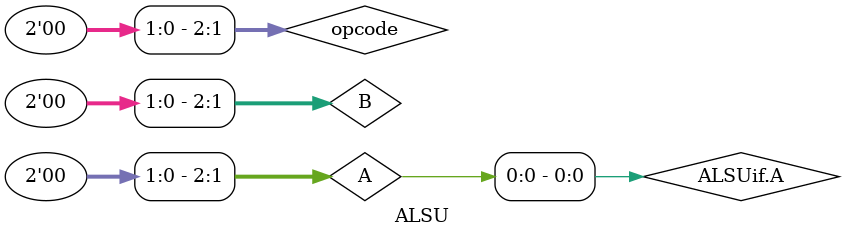
<source format=sv>
module ALSU(ALSU_if.DUT ALSUif);
parameter INPUT_PRIORITY = "A";
parameter FULL_ADDER = "ON";

logic clk,rst, cin, red_op_A, red_op_B, bypass_A, bypass_B, direction, serial_in;
logic [2:0] opcode;
logic signed [2:0] A, B;
logic  [15:0] leds;
logic signed [5:0] out;

assign A=ALSUif.A ;
assign B=ALSUif.B ;
assign cin=ALSUif.cin ;
assign serial_in=ALSUif.serial_in ;
assign red_op_A=ALSUif.red_op_A;
assign red_op_B=ALSUif.red_op_B ;
assign opcode=ALSUif.opcode ;
assign bypass_A=ALSUif.bypass_A;
assign bypass_B=ALSUif.bypass_B ;
assign clk=ALSUif.clk;
assign rst=ALSUif.rst;
assign direction=ALSUif.direction;
assign ALSUif.out=out;
assign ALSUif.leds=leds;

logic  cin_reg,red_op_A_reg, red_op_B_reg, bypass_A_reg, bypass_B_reg, direction_reg, serial_in_reg;
logic [2:0] opcode_reg;
logic signed [2:0] A_reg, B_reg;
logic invalid_red_op, invalid_opcode, invalid;

//Invalid handling 
//Make leds adjustment to not blink if bypass (A or B) is high ignoring red_op and opcode 
assign invalid_red_op = (red_op_A_reg | red_op_B_reg) & (opcode_reg[1] | opcode_reg[2]);
assign invalid_opcode = opcode_reg[1] & opcode_reg[2];
assign invalid = ((bypass_A_reg||bypass_B_reg))?0:(invalid_red_op | invalid_opcode); 

//Registering input signals
always @(posedge clk or posedge rst) begin
  if(rst) begin
     cin_reg <= 0;
     red_op_B_reg <= 0;
     red_op_A_reg <= 0;
     bypass_B_reg <= 0;
     bypass_A_reg <= 0;
     direction_reg <= 0;
     serial_in_reg <= 0;
     opcode_reg <= 0;
     A_reg <= 0;
     B_reg <= 0;
  end else begin
     cin_reg <= cin;
     red_op_B_reg <= red_op_B;
     red_op_A_reg <= red_op_A;
     bypass_B_reg <= bypass_B;
     bypass_A_reg <= bypass_A;
     direction_reg <= direction;
     serial_in_reg <= serial_in;
     opcode_reg <= opcode;
     A_reg <= A;
     B_reg <= B;
  end
end

//leds output blinking 
always @(posedge clk or posedge rst) begin
  if(rst) begin
     leds <= 0;
  end else begin
      if (invalid)
        leds <= ~leds;
      else
        leds <= 0;
  end
end

//ALSU output processing
always @(posedge clk or posedge rst) begin
  if(rst) begin
    out <= 0;
  end
  else begin  //Make bypass priorities comes before the invalid operations
    if (bypass_A_reg && bypass_B_reg)
      out <= (INPUT_PRIORITY == "A")? A_reg: B_reg;
    else if (bypass_A_reg)
      out <= A_reg;
    else if (bypass_B_reg)
      out <= B_reg;
    else if (invalid) 
        out <= 0;
    else begin
        case (opcode_reg) //Adding The opcode_reg instead of opcode
          3'h0: begin  //BUG in design performing AND instead of OR
            if (red_op_A_reg && red_op_B_reg)
              out = (INPUT_PRIORITY == "A")? |A_reg: |B_reg;
            else if (red_op_A_reg) 
              out <= |A_reg;
            else if (red_op_B_reg)
              out <= |B_reg;
            else 
              out <= A_reg | B_reg;
          end
          3'h1: begin //BUG in design performing OR instead of XOR
            if (red_op_A_reg && red_op_B_reg)
              out <= (INPUT_PRIORITY == "A")? ^A_reg: ^B_reg;
            else if (red_op_A_reg) 
              out <= ^A_reg;
            else if (red_op_B_reg)
              out <= ^B_reg;
            else 
              out <= A_reg ^ B_reg;
          end
          3'h2:begin  //Adding FULL_ADDER condition for carry in
            if(FULL_ADDER) out <= A_reg + B_reg +cin_reg;
            else  out <= A_reg + B_reg;
          end
          3'h3: out <= A_reg * B_reg;
          3'h4: begin
            if (direction_reg)
              out <= {out[4:0], serial_in_reg};
            else
              out <= {serial_in_reg, out[5:1]};
          end
          3'h5: begin
            if (direction_reg)
              out <= {out[4:0], out[5]};
            else
              out <= {out[0], out[5:1]};
          end
        endcase
    end 
  end
end

endmodule

</source>
